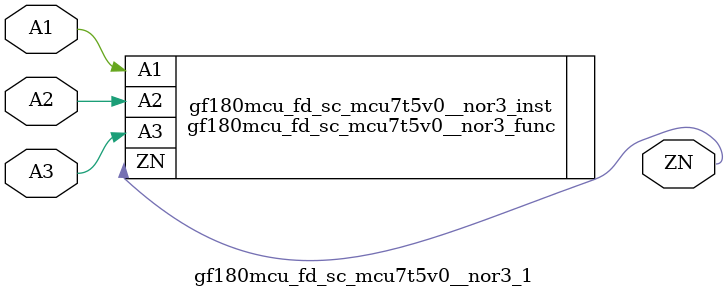
<source format=v>

`ifndef GF180MCU_FD_SC_MCU7T5V0__NOR3_1_V
`define GF180MCU_FD_SC_MCU7T5V0__NOR3_1_V

`include "gf180mcu_fd_sc_mcu7t5v0__nor3_func.v"

`ifdef USE_POWER_PINS
module gf180mcu_fd_sc_mcu7t5v0__nor3_1( A3, ZN, A2, A1, VDD, VSS );
inout VDD, VSS;
`else // If not USE_POWER_PINS
module gf180mcu_fd_sc_mcu7t5v0__nor3_1( A3, ZN, A2, A1 );
`endif // If not USE_POWER_PINS
input A1, A2, A3;
output ZN;

`ifdef USE_POWER_PINS
  gf180mcu_fd_sc_mcu7t5v0__nor3_func gf180mcu_fd_sc_mcu7t5v0__nor3_inst(.A3(A3),.ZN(ZN),.A2(A2),.A1(A1),.VDD(VDD),.VSS(VSS));
`else // If not USE_POWER_PINS
  gf180mcu_fd_sc_mcu7t5v0__nor3_func gf180mcu_fd_sc_mcu7t5v0__nor3_inst(.A3(A3),.ZN(ZN),.A2(A2),.A1(A1));
`endif // If not USE_POWER_PINS

`ifndef FUNCTIONAL
	// spec_gates_begin


	// spec_gates_end



   specify

	// specify_block_begin

	// comb arc A1 --> ZN
	 (A1 => ZN) = (1.0,1.0);

	// comb arc A2 --> ZN
	 (A2 => ZN) = (1.0,1.0);

	// comb arc A3 --> ZN
	 (A3 => ZN) = (1.0,1.0);

	// specify_block_end

   endspecify

   `endif

endmodule
`endif // GF180MCU_FD_SC_MCU7T5V0__NOR3_1_V

</source>
